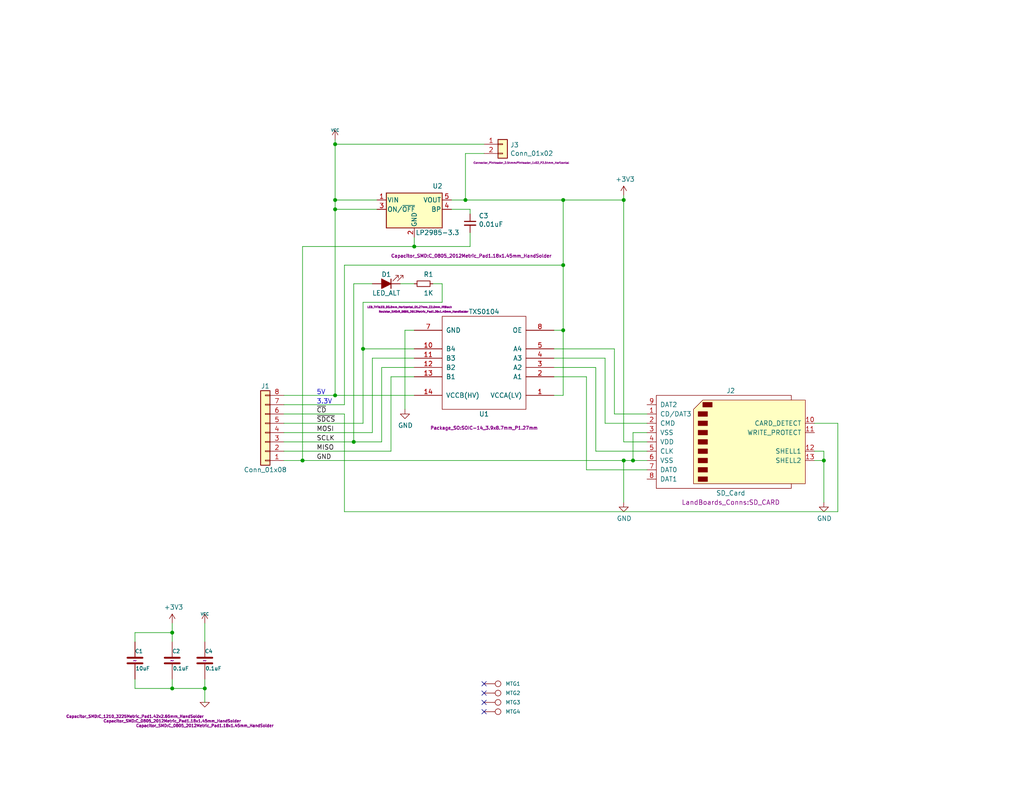
<source format=kicad_sch>
(kicad_sch (version 20211123) (generator eeschema)
  (paper "A")
  (title_block (title "SD_CARD_X49") (date "2022-05-02") (rev "2") (company "Land Boards LLC"))
  (lib_symbols
    (symbol "Connector_Generic:Conn_01x02" (pin_names (offset 1.016) hide)
      (property "Reference" "J" (at 0 2.54 0))
      (property "Value" "Conn_01x02" (at 0 -5.08 0))
      (symbol "Conn_01x02_1_1"
        (rectangle (start -1.27 -2.413) (end 0 -2.667) (stroke (width 0.1524)))
        (rectangle (start -1.27 0.127) (end 0 -0.127) (stroke (width 0.1524)))
        (rectangle (start -1.27 1.27) (end 1.27 -3.81) (stroke (width 0.254)) (fill (type background)))
        (pin passive line (at -5.08 0 0) (length 3.81) (name "Pin_1") (number "1"))
        (pin passive line (at -5.08 -2.54 0) (length 3.81) (name "Pin_2") (number "2"))
      )
    )
    (symbol "Connector_Generic:Conn_01x08" (pin_names (offset 1.016) hide)
      (property "Reference" "J" (at 0 10.16 0))
      (property "Value" "Conn_01x08" (at 0 -12.7 0))
      (symbol "Conn_01x08_1_1"
        (rectangle (start -1.27 -10.033) (end 0 -10.287) (stroke (width 0.1524)))
        (rectangle (start -1.27 -7.493) (end 0 -7.747) (stroke (width 0.1524)))
        (rectangle (start -1.27 -4.953) (end 0 -5.207) (stroke (width 0.1524)))
        (rectangle (start -1.27 -2.413) (end 0 -2.667) (stroke (width 0.1524)))
        (rectangle (start -1.27 0.127) (end 0 -0.127) (stroke (width 0.1524)))
        (rectangle (start -1.27 2.667) (end 0 2.413) (stroke (width 0.1524)))
        (rectangle (start -1.27 5.207) (end 0 4.953) (stroke (width 0.1524)))
        (rectangle (start -1.27 7.747) (end 0 7.493) (stroke (width 0.1524)))
        (rectangle (start -1.27 8.89) (end 1.27 -11.43) (stroke (width 0.254)) (fill (type background)))
        (pin passive line (at -5.08 7.62 0) (length 3.81) (name "Pin_1") (number "1"))
        (pin passive line (at -5.08 5.08 0) (length 3.81) (name "Pin_2") (number "2"))
        (pin passive line (at -5.08 2.54 0) (length 3.81) (name "Pin_3") (number "3"))
        (pin passive line (at -5.08 0 0) (length 3.81) (name "Pin_4") (number "4"))
        (pin passive line (at -5.08 -2.54 0) (length 3.81) (name "Pin_5") (number "5"))
        (pin passive line (at -5.08 -5.08 0) (length 3.81) (name "Pin_6") (number "6"))
        (pin passive line (at -5.08 -7.62 0) (length 3.81) (name "Pin_7") (number "7"))
        (pin passive line (at -5.08 -10.16 0) (length 3.81) (name "Pin_8") (number "8"))
      )
    )
    (symbol "Device:C_Small" (pin_numbers hide) (pin_names (offset 0.254) hide)
      (property "Reference" "C" (at 0.254 1.778 0))
      (property "Value" "C_Small" (at 0.254 -2.032 0))
      (symbol "C_Small_0_1"
        (polyline (pts (xy -1.524 -0.508) (xy 1.524 -0.508)) (stroke (width 0.3302)))
        (polyline (pts (xy -1.524 0.508) (xy 1.524 0.508)) (stroke (width 0.3048)))
      )
      (symbol "C_Small_1_1"
        (pin passive line (at 0 2.54 270) (length 2.032) (name "~") (number "1"))
        (pin passive line (at 0 -2.54 90) (length 2.032) (name "~") (number "2"))
      )
    )
    (symbol "Device:LED_ALT" (pin_numbers hide) (pin_names (offset 1.016) hide)
      (property "Reference" "D" (at 0 2.54 0))
      (property "Value" "Device_LED_ALT" (at 0 -2.54 0))
      (symbol "LED_ALT_0_1"
        (polyline (pts (xy -1.27 -1.27) (xy -1.27 1.27)) (stroke (width 0.254)))
        (polyline (pts (xy -1.27 0) (xy 1.27 0)))
        (polyline (pts (xy 1.27 -1.27) (xy 1.27 1.27) (xy -1.27 0) (xy 1.27 -1.27)) (stroke (width 0.254)) (fill (type outline)))
        (polyline (pts (xy -3.048 -0.762) (xy -4.572 -2.286) (xy -3.81 -2.286) (xy -4.572 -2.286) (xy -4.572 -1.524)))
        (polyline (pts (xy -1.778 -0.762) (xy -3.302 -2.286) (xy -2.54 -2.286) (xy -3.302 -2.286) (xy -3.302 -1.524)))
      )
      (symbol "LED_ALT_1_1"
        (pin passive line (at -3.81 0 0) (length 2.54) (name "K") (number "1"))
        (pin passive line (at 3.81 0 180) (length 2.54) (name "A") (number "2"))
      )
    )
    (symbol "Device:R_Small" (pin_numbers hide) (pin_names (offset 0.254) hide)
      (property "Reference" "R" (at 0.762 0.508 0))
      (property "Value" "R_Small" (at 0.762 -1.016 0))
      (symbol "R_Small_0_1"
        (rectangle (start -0.762 1.778) (end 0.762 -1.778) (stroke (width 0.2032)))
      )
      (symbol "R_Small_1_1"
        (pin passive line (at 0 2.54 270) (length 0.762) (name "~") (number "1"))
        (pin passive line (at 0 -2.54 90) (length 0.762) (name "~") (number "2"))
      )
    )
    (symbol "LandBoards_Semis:TXS0104" (pin_names (offset 1.016))
      (property "Reference" "U" (at -2.54 13.97 0))
      (property "Value" "LandBoards_Semis_TXS0104" (at -1.27 -13.97 0))
      (symbol "TXS0104_1_0"
        (rectangle (start -11.43 -12.7) (end 11.43 12.7))
      )
      (symbol "TXS0104_1_1"
        (pin passive line (at -19.05 8.89 0) (length 7.62) (name "VCCA(LV)") (number "1"))
        (pin bidirectional line (at 19.05 -3.81 180) (length 7.62) (name "B4") (number "10"))
        (pin bidirectional line (at 19.05 -1.27 180) (length 7.62) (name "B3") (number "11"))
        (pin bidirectional line (at 19.05 1.27 180) (length 7.62) (name "B2") (number "12"))
        (pin bidirectional line (at 19.05 3.81 180) (length 7.62) (name "B1") (number "13"))
        (pin passive line (at 19.05 8.89 180) (length 7.62) (name "VCCB(HV)") (number "14"))
        (pin bidirectional line (at -19.05 3.81 0) (length 7.62) (name "A1") (number "2"))
        (pin bidirectional line (at -19.05 1.27 0) (length 7.62) (name "A2") (number "3"))
        (pin bidirectional line (at -19.05 -1.27 0) (length 7.62) (name "A3") (number "4"))
        (pin bidirectional line (at -19.05 -3.81 0) (length 7.62) (name "A4") (number "5"))
        (pin passive line (at 19.05 -8.89 180) (length 7.62) (name "GND") (number "7"))
        (pin input line (at -19.05 -8.89 0) (length 7.62) (name "OE") (number "8"))
      )
    )
    (symbol "SD_CARD_X49-rescue:C-RESCUE-GRID49-GRID49-rescue-PS2X49-rescue" (pin_numbers hide) (pin_names (offset 0.254))
      (property "Reference" "C" (at 0 2.54 0))
      (property "Value" "C-RESCUE-GRID49-GRID49-rescue-PS2X49-rescue" (at 0.1524 -2.159 0))
      (symbol "C-RESCUE-GRID49-GRID49-rescue-PS2X49-rescue_0_1"
        (polyline (pts (xy -2.032 -0.762) (xy 2.032 -0.762)) (stroke (width 0.508)))
        (polyline (pts (xy -2.032 0.762) (xy 2.032 0.762)) (stroke (width 0.508)))
      )
      (symbol "C-RESCUE-GRID49-GRID49-rescue-PS2X49-rescue_1_1"
        (pin passive line (at 0 5.08 270) (length 4.318) (name "~") (number "1"))
        (pin passive line (at 0 -5.08 90) (length 4.318) (name "~") (number "2"))
      )
    )
    (symbol "SD_CARD_X49-rescue:CONN_1-GRID49-rescue-PS2X49-rescue" (pin_numbers hide) (pin_names (offset 0.762) hide)
      (property "Reference" "P" (at 2.032 0 0))
      (symbol "CONN_1-GRID49-rescue-PS2X49-rescue_0_1"
        (polyline (pts (xy -0.762 0) (xy -1.27 0)))
        (circle (center 0 0) (radius 0.7874))
      )
      (symbol "CONN_1-GRID49-rescue-PS2X49-rescue_1_1"
        (pin passive line (at -3.81 0 0) (length 2.54) (name "1") (number "1"))
      )
    )
    (symbol "SD_CARD_X49-rescue:GND-RESCUE-GRID49-GRID49-rescue-PS2X49-rescue" (power) (pin_names (offset 0))
      (symbol "GND-RESCUE-GRID49-GRID49-rescue-PS2X49-rescue_0_1"
        (polyline (pts (xy -1.27 0) (xy 0 -1.27) (xy 1.27 0) (xy -1.27 0)))
      )
      (symbol "GND-RESCUE-GRID49-GRID49-rescue-PS2X49-rescue_1_1"
        (pin power_in line (at 0 0 90) (length 0) hide (name "GND") (number "1"))
      )
    )
    (symbol "SD_CARD_X49-rescue:LP2985-3.3-Regulator_Linear" (pin_names (offset 0.254))
      (property "Reference" "U" (at -6.35 5.715 0))
      (property "Value" "LP2985-3.3-Regulator_Linear" (at 0 5.715 0))
      (symbol "LP2985-3.3-Regulator_Linear_0_1"
        (rectangle (start -7.62 -5.08) (end 7.62 4.445) (stroke (width 0.254)) (fill (type background)))
      )
      (symbol "LP2985-3.3-Regulator_Linear_1_1"
        (pin power_in line (at -10.16 2.54 0) (length 2.54) (name "VIN") (number "1"))
        (pin power_in line (at 0 -7.62 90) (length 2.54) (name "GND") (number "2"))
        (pin input line (at -10.16 0 0) (length 2.54) (name "ON/~{OFF}") (number "3"))
        (pin input line (at 10.16 0 180) (length 2.54) (name "BP") (number "4"))
        (pin power_out line (at 10.16 2.54 180) (length 2.54) (name "VOUT") (number "5"))
      )
    )
    (symbol "SD_CARD_X49-rescue:SD_Card-Connector" (pin_names (offset 1.016))
      (property "Reference" "J" (at -16.51 13.97 0))
      (property "Value" "SD_Card-Connector" (at 15.24 -13.97 0))
      (symbol "SD_Card-Connector_0_1"
        (rectangle (start -8.89 -9.525) (end -6.35 -10.795) (fill (type outline)))
        (rectangle (start -8.89 -6.985) (end -6.35 -8.255) (fill (type outline)))
        (rectangle (start -8.89 -4.445) (end -6.35 -5.715) (fill (type outline)))
        (rectangle (start -8.89 -1.905) (end -6.35 -3.175) (fill (type outline)))
        (rectangle (start -8.89 0.635) (end -6.35 -0.635) (fill (type outline)))
        (rectangle (start -8.89 3.175) (end -6.35 1.905) (fill (type outline)))
        (rectangle (start -8.89 5.715) (end -6.35 4.445) (fill (type outline)))
        (rectangle (start -8.89 8.255) (end -6.35 6.985) (fill (type outline)))
        (rectangle (start -7.62 10.795) (end -5.08 9.525) (fill (type outline)))
        (polyline (pts (xy -10.16 8.89) (xy -7.62 11.43) (xy 20.32 11.43) (xy 20.32 -11.43) (xy -10.16 -11.43) (xy -10.16 8.89)) (fill (type background)))
        (polyline (pts (xy 16.51 11.43) (xy 16.51 12.7) (xy -20.32 12.7) (xy -20.32 -12.7) (xy 16.51 -12.7) (xy 16.51 -11.43)))
      )
      (symbol "SD_Card-Connector_1_1"
        (pin input line (at -22.86 7.62 0) (length 2.54) (name "CD/DAT3") (number "1"))
        (pin input line (at 22.86 5.08 180) (length 2.54) (name "CARD_DETECT") (number "10"))
        (pin input line (at 22.86 2.54 180) (length 2.54) (name "WRITE_PROTECT") (number "11"))
        (pin input line (at 22.86 -2.54 180) (length 2.54) (name "SHELL1") (number "12"))
        (pin input line (at 22.86 -5.08 180) (length 2.54) (name "SHELL2") (number "13"))
        (pin input line (at -22.86 5.08 0) (length 2.54) (name "CMD") (number "2"))
        (pin power_in line (at -22.86 2.54 0) (length 2.54) (name "VSS") (number "3"))
        (pin power_in line (at -22.86 0 0) (length 2.54) (name "VDD") (number "4"))
        (pin input line (at -22.86 -2.54 0) (length 2.54) (name "CLK") (number "5"))
        (pin power_in line (at -22.86 -5.08 0) (length 2.54) (name "VSS") (number "6"))
        (pin input line (at -22.86 -7.62 0) (length 2.54) (name "DAT0") (number "7"))
        (pin input line (at -22.86 -10.16 0) (length 2.54) (name "DAT1") (number "8"))
        (pin input line (at -22.86 10.16 0) (length 2.54) (name "DAT2") (number "9"))
      )
    )
    (symbol "power:+3.3V" (power) (pin_names (offset 0))
      (property "Value" "+3.3V" (at 0 3.556 0))
      (symbol "+3.3V_0_1"
        (polyline (pts (xy -0.762 1.27) (xy 0 2.54)))
        (polyline (pts (xy 0 0) (xy 0 2.54)))
        (polyline (pts (xy 0 2.54) (xy 0.762 1.27)))
      )
      (symbol "+3.3V_1_1"
        (pin power_in line (at 0 0 90) (length 0) hide (name "+3V3") (number "1"))
      )
    )
    (symbol "power:GND" (power) (pin_names (offset 0))
      (property "Value" "GND" (at 0 -3.81 0))
      (symbol "GND_0_1"
        (polyline (pts (xy 0 0) (xy 0 -1.27) (xy 1.27 -1.27) (xy 0 -2.54) (xy -1.27 -1.27) (xy 0 -1.27)))
      )
      (symbol "GND_1_1"
        (pin power_in line (at 0 0 270) (length 0) hide (name "GND") (number "1"))
      )
    )
    (symbol "power:VCC" (power) (pin_names (offset 0))
      (property "Value" "VCC" (at 0 3.81 0))
      (symbol "VCC_0_1"
        (polyline (pts (xy -0.762 1.27) (xy 0 2.54)))
        (polyline (pts (xy 0 0) (xy 0 2.54)))
        (polyline (pts (xy 0 2.54) (xy 0.762 1.27)))
      )
      (symbol "VCC_1_1"
        (pin power_in line (at 0 0 90) (length 0) hide (name "VCC") (number "1"))
      )
    )
  )
  (junction (at 91.44 57.15))
  (junction (at 55.88 187.96))
  (junction (at 91.44 54.61))
  (junction (at 46.99 172.72))
  (junction (at 170.18 54.61))
  (junction (at 127 54.61))
  (junction (at 113.03 67.31))
  (junction (at 46.99 187.96))
  (junction (at 153.67 72.39))
  (junction (at 170.18 125.73))
  (junction (at 91.44 107.95))
  (junction (at 224.79 125.73))
  (junction (at 82.55 125.73))
  (junction (at 172.72 125.73))
  (junction (at 96.52 120.65))
  (junction (at 153.67 54.61))
  (junction (at 91.44 39.37))
  (junction (at 99.06 95.25))
  (junction (at 153.67 90.17))
  (no_connect (at 132.08 191.77))
  (no_connect (at 132.08 186.69))
  (no_connect (at 132.08 189.23))
  (no_connect (at 132.08 194.31))
  (wire (pts (xy 99.06 82.55) (xy 99.06 95.25)))
  (wire (pts (xy 77.47 115.57) (xy 99.06 115.57)))
  (wire (pts (xy 46.99 170.18) (xy 46.99 172.72)))
  (wire (pts (xy 46.99 185.42) (xy 46.99 187.96)))
  (wire (pts (xy 82.55 125.73) (xy 170.18 125.73)))
  (wire (pts (xy 93.98 139.7) (xy 93.98 113.03)))
  (wire (pts (xy 172.72 125.73) (xy 172.72 118.11)))
  (wire (pts (xy 170.18 53.34) (xy 170.18 54.61)))
  (wire (pts (xy 93.98 113.03) (xy 77.47 113.03)))
  (wire (pts (xy 106.68 102.87) (xy 106.68 123.19)))
  (wire (pts (xy 153.67 90.17) (xy 151.13 90.17)))
  (wire (pts (xy 91.44 54.61) (xy 102.87 54.61)))
  (wire (pts (xy 128.27 57.15) (xy 128.27 58.42)))
  (wire (pts (xy 96.52 120.65) (xy 96.52 77.47)))
  (wire (pts (xy 93.98 72.39) (xy 93.98 110.49)))
  (wire (pts (xy 162.56 100.33) (xy 151.13 100.33)))
  (wire (pts (xy 91.44 57.15) (xy 91.44 107.95)))
  (wire (pts (xy 224.79 137.16) (xy 224.79 125.73)))
  (wire (pts (xy 222.25 115.57) (xy 228.6 115.57)))
  (wire (pts (xy 36.83 185.42) (xy 36.83 187.96)))
  (wire (pts (xy 151.13 107.95) (xy 153.67 107.95)))
  (wire (pts (xy 176.53 113.03) (xy 167.64 113.03)))
  (wire (pts (xy 170.18 125.73) (xy 170.18 137.16)))
  (wire (pts (xy 224.79 123.19) (xy 222.25 123.19)))
  (wire (pts (xy 77.47 107.95) (xy 91.44 107.95)))
  (wire (pts (xy 82.55 125.73) (xy 82.55 67.31)))
  (wire (pts (xy 128.27 67.31) (xy 128.27 63.5)))
  (wire (pts (xy 224.79 125.73) (xy 224.79 123.19)))
  (wire (pts (xy 153.67 54.61) (xy 153.67 72.39)))
  (wire (pts (xy 151.13 102.87) (xy 160.02 102.87)))
  (wire (pts (xy 91.44 38.1) (xy 91.44 39.37)))
  (wire (pts (xy 55.88 170.18) (xy 55.88 175.26)))
  (wire (pts (xy 101.6 118.11) (xy 101.6 97.79)))
  (wire (pts (xy 113.03 67.31) (xy 128.27 67.31)))
  (wire (pts (xy 222.25 125.73) (xy 224.79 125.73)))
  (wire (pts (xy 96.52 120.65) (xy 104.14 120.65)))
  (wire (pts (xy 36.83 187.96) (xy 46.99 187.96)))
  (wire (pts (xy 127 54.61) (xy 153.67 54.61)))
  (wire (pts (xy 99.06 95.25) (xy 113.03 95.25)))
  (wire (pts (xy 153.67 107.95) (xy 153.67 90.17)))
  (wire (pts (xy 55.88 187.96) (xy 55.88 191.77)))
  (wire (pts (xy 102.87 57.15) (xy 91.44 57.15)))
  (wire (pts (xy 120.65 77.47) (xy 120.65 82.55)))
  (wire (pts (xy 113.03 102.87) (xy 106.68 102.87)))
  (wire (pts (xy 109.22 77.47) (xy 113.03 77.47)))
  (wire (pts (xy 123.19 54.61) (xy 127 54.61)))
  (wire (pts (xy 172.72 118.11) (xy 176.53 118.11)))
  (wire (pts (xy 118.11 77.47) (xy 120.65 77.47)))
  (wire (pts (xy 96.52 120.65) (xy 77.47 120.65)))
  (wire (pts (xy 36.83 172.72) (xy 46.99 172.72)))
  (wire (pts (xy 132.08 39.37) (xy 91.44 39.37)))
  (wire (pts (xy 167.64 113.03) (xy 167.64 95.25)))
  (wire (pts (xy 176.53 125.73) (xy 172.72 125.73)))
  (wire (pts (xy 176.53 128.27) (xy 160.02 128.27)))
  (wire (pts (xy 165.1 115.57) (xy 165.1 97.79)))
  (wire (pts (xy 36.83 175.26) (xy 36.83 172.72)))
  (wire (pts (xy 113.03 107.95) (xy 91.44 107.95)))
  (wire (pts (xy 77.47 118.11) (xy 101.6 118.11)))
  (wire (pts (xy 228.6 115.57) (xy 228.6 139.7)))
  (wire (pts (xy 120.65 82.55) (xy 99.06 82.55)))
  (wire (pts (xy 170.18 54.61) (xy 153.67 54.61)))
  (wire (pts (xy 113.03 100.33) (xy 104.14 100.33)))
  (wire (pts (xy 132.08 41.91) (xy 127 41.91)))
  (wire (pts (xy 77.47 123.19) (xy 106.68 123.19)))
  (wire (pts (xy 101.6 97.79) (xy 113.03 97.79)))
  (wire (pts (xy 93.98 110.49) (xy 77.47 110.49)))
  (wire (pts (xy 160.02 102.87) (xy 160.02 128.27)))
  (wire (pts (xy 167.64 95.25) (xy 151.13 95.25)))
  (wire (pts (xy 165.1 97.79) (xy 151.13 97.79)))
  (wire (pts (xy 99.06 115.57) (xy 99.06 95.25)))
  (wire (pts (xy 110.49 90.17) (xy 113.03 90.17)))
  (wire (pts (xy 113.03 67.31) (xy 113.03 64.77)))
  (wire (pts (xy 176.53 123.19) (xy 162.56 123.19)))
  (wire (pts (xy 127 41.91) (xy 127 54.61)))
  (wire (pts (xy 82.55 125.73) (xy 77.47 125.73)))
  (wire (pts (xy 172.72 125.73) (xy 170.18 125.73)))
  (wire (pts (xy 96.52 77.47) (xy 101.6 77.47)))
  (wire (pts (xy 46.99 175.26) (xy 46.99 172.72)))
  (wire (pts (xy 170.18 120.65) (xy 170.18 54.61)))
  (wire (pts (xy 110.49 90.17) (xy 110.49 111.76)))
  (wire (pts (xy 153.67 72.39) (xy 93.98 72.39)))
  (wire (pts (xy 82.55 67.31) (xy 113.03 67.31)))
  (wire (pts (xy 91.44 57.15) (xy 91.44 54.61)))
  (wire (pts (xy 91.44 39.37) (xy 91.44 54.61)))
  (wire (pts (xy 46.99 187.96) (xy 55.88 187.96)))
  (wire (pts (xy 176.53 120.65) (xy 170.18 120.65)))
  (wire (pts (xy 176.53 115.57) (xy 165.1 115.57)))
  (wire (pts (xy 123.19 57.15) (xy 128.27 57.15)))
  (wire (pts (xy 153.67 72.39) (xy 153.67 90.17)))
  (wire (pts (xy 162.56 123.19) (xy 162.56 100.33)))
  (wire (pts (xy 104.14 100.33) (xy 104.14 120.65)))
  (wire (pts (xy 228.6 139.7) (xy 93.98 139.7)))
  (wire (pts (xy 55.88 185.42) (xy 55.88 187.96)))
  (text "3.3V" (at 86.36 110.49 0) (effects (font (size 1.27 1.27)) (justify left bottom)))
  (text "5V" (at 86.36 107.95 0) (effects (font (size 1.27 1.27)) (justify left bottom)))
  (label "SCLK" (at 86.36 120.65 0))
  (label "~{SDCS}" (at 86.36 115.57 0))
  (label "~{CD}" (at 86.36 113.03 0))
  (label "MISO" (at 86.36 123.19 0))
  (label "MOSI" (at 86.36 118.11 0))
  (label "GND" (at 86.36 125.73 0))
  (symbol (lib_id "SD_CARD_X49-rescue:GND-RESCUE-GRID49-GRID49-rescue-PS2X49-rescue") (at 55.88 191.77 0) (unit 1)
    (property "Reference" "#PWR02" (effects hide))
    (property "Value" "GND" (effects hide))
  )
  (symbol (lib_id "power:VCC") (at 55.88 170.18 0) (unit 1)
    (property "Reference" "#PWR01" (effects hide))
    (property "Value" "VCC" (at 55.88 167.64 0) (effects (font (size 0.762 0.762))))
  )
  (symbol (lib_id "SD_CARD_X49-rescue:CONN_1-GRID49-rescue-PS2X49-rescue") (at 135.89 186.69 0) (unit 1)
    (property "Reference" "MTG1" (at 137.922 186.69 0) (effects (font (size 1.016 1.016)) (justify left)))
    (property "Value" "CONN_1" (effects hide))
    (property "Footprint" "MTG-4-40" (effects hide))
  )
  (symbol (lib_id "SD_CARD_X49-rescue:CONN_1-GRID49-rescue-PS2X49-rescue") (at 135.89 189.23 0) (unit 1)
    (property "Reference" "MTG2" (at 137.922 189.23 0) (effects (font (size 1.016 1.016)) (justify left)))
    (property "Value" "CONN_1" (effects hide))
    (property "Footprint" "MTG-4-40" (effects hide))
  )
  (symbol (lib_id "SD_CARD_X49-rescue:CONN_1-GRID49-rescue-PS2X49-rescue") (at 135.89 194.31 0) (unit 1)
    (property "Reference" "MTG4" (at 137.922 194.31 0) (effects (font (size 1.016 1.016)) (justify left)))
    (property "Value" "CONN_1" (effects hide))
    (property "Footprint" "MTG-4-40" (effects hide))
  )
  (symbol (lib_id "SD_CARD_X49-rescue:CONN_1-GRID49-rescue-PS2X49-rescue") (at 135.89 191.77 0) (unit 1)
    (property "Reference" "MTG3" (at 137.922 191.77 0) (effects (font (size 1.016 1.016)) (justify left)))
    (property "Value" "CONN_1" (effects hide))
    (property "Footprint" "MTG-4-40" (effects hide))
  )
  (symbol (lib_id "SD_CARD_X49-rescue:C-RESCUE-GRID49-GRID49-rescue-PS2X49-rescue") (at 46.99 180.34 0) (unit 1)
    (property "Reference" "C2" (at 46.99 177.8 0) (effects (font (size 1.016 1.016)) (justify left)))
    (property "Value" "0.1uF" (at 47.1424 182.499 0) (effects (font (size 1.016 1.016)) (justify left)))
    (property "Footprint" "Capacitor_SMD:C_0805_2012Metric_Pad1.18x1.45mm_HandSolder" (at 46.99 196.85 0) (effects (font (size 0.762 0.762))))
    (property "Datasheet" "~" (at 46.99 180.34 0) (effects (font (size 1.524 1.524))))
  )
  (symbol (lib_id "SD_CARD_X49-rescue:C-RESCUE-GRID49-GRID49-rescue-PS2X49-rescue") (at 55.88 180.34 0) (unit 1)
    (property "Reference" "C4" (at 55.88 177.8 0) (effects (font (size 1.016 1.016)) (justify left)))
    (property "Value" "0.1uF" (at 56.0324 182.499 0) (effects (font (size 1.016 1.016)) (justify left)))
    (property "Footprint" "Capacitor_SMD:C_0805_2012Metric_Pad1.18x1.45mm_HandSolder" (at 55.88 198.12 0) (effects (font (size 0.762 0.762))))
    (property "Datasheet" "~" (at 55.88 180.34 0) (effects (font (size 1.524 1.524))))
  )
  (symbol (lib_id "SD_CARD_X49-rescue:C-RESCUE-GRID49-GRID49-rescue-PS2X49-rescue") (at 36.83 180.34 0) (unit 1)
    (property "Reference" "C1" (at 36.83 177.8 0) (effects (font (size 1.016 1.016)) (justify left)))
    (property "Value" "10uF" (at 36.9824 182.499 0) (effects (font (size 1.016 1.016)) (justify left)))
    (property "Footprint" "Capacitor_SMD:C_1210_3225Metric_Pad1.42x2.65mm_HandSolder" (at 36.83 195.58 0) (effects (font (size 0.762 0.762))))
    (property "Datasheet" "~" (at 36.83 180.34 0) (effects (font (size 1.524 1.524))))
  )
  (symbol (lib_id "SD_CARD_X49-rescue:SD_Card-Connector") (at 199.39 120.65 0) (unit 1)
    (property "Reference" "J2" (at 199.39 106.68 0))
    (property "Value" "SD_Card" (at 199.39 134.62 0))
    (property "Footprint" "LandBoards_Conns:SD_CARD" (at 199.39 137.16 0))
    (property "Datasheet" "http://portal.fciconnect.com/Comergent//fci/drawing/10067847.pdf" (effects hide))
  )
  (symbol (lib_id "Connector_Generic:Conn_01x08") (at 72.39 118.11 180) (unit 1)
    (property "Reference" "J1" (at 72.39 105.41 0))
    (property "Value" "Conn_01x08" (at 72.39 128.27 0))
    (property "Footprint" "Connector_PinHeader_2.54mm:PinHeader_1x08_P2.54mm_Horizontal" (effects hide))
  )
  (symbol (lib_id "Device:LED_ALT") (at 105.41 77.47 180) (unit 1)
    (property "Reference" "D1" (at 105.41 74.93 0))
    (property "Value" "LED_ALT" (at 105.41 80.01 0))
    (property "Footprint" "LED_THT:LED_D3.0mm_Horizontal_O1.27mm_Z2.0mm_IRBlack" (at 111.76 83.82 0) (effects (font (size 0.508 0.508))))
  )
  (symbol (lib_id "Device:R_Small") (at 115.57 77.47 270) (unit 1)
    (property "Reference" "R1" (at 115.57 74.93 90) (effects (justify left)))
    (property "Value" "1K" (at 115.57 80.01 90) (effects (justify left)))
    (property "Footprint" "Resistor_SMD:R_0805_2012Metric_Pad1.20x1.40mm_HandSolder" (at 115.57 85.09 90) (effects (font (size 0.508 0.508))))
  )
  (symbol (lib_id "SD_CARD_X49-rescue:LP2985-3.3-Regulator_Linear") (at 113.03 57.15 0) (unit 1)
    (property "Reference" "U2" (at 119.38 50.8 0))
    (property "Value" "LP2985-3.3" (at 119.38 63.5 0))
    (property "Footprint" "Package_TO_SOT_SMD:SOT-23-5" (effects hide))
    (property "Datasheet" "http://www.ti.com/lit/ds/symlink/lp2985.pdf" (effects hide))
  )
  (symbol (lib_id "power:+3.3V") (at 170.18 53.34 0) (unit 1)
    (property "Reference" "#PWR0101" (effects hide))
    (property "Value" "+3.3V" (at 170.561 48.9458 0))
  )
  (symbol (lib_id "power:+3.3V") (at 46.99 170.18 0) (unit 1)
    (property "Reference" "#PWR0102" (effects hide))
    (property "Value" "+3.3V" (at 47.371 165.7858 0))
  )
  (symbol (lib_id "power:GND") (at 224.79 137.16 0) (unit 1)
    (property "Reference" "#PWR0107" (effects hide))
    (property "Value" "GND" (at 224.917 141.5542 0))
  )
  (symbol (lib_id "power:GND") (at 170.18 137.16 0) (unit 1)
    (property "Reference" "#PWR0108" (effects hide))
    (property "Value" "GND" (at 170.307 141.5542 0))
  )
  (symbol (lib_id "LandBoards_Semis:TXS0104") (at 132.08 99.06 180) (unit 1)
    (property "Reference" "U1" (at 132.08 113.03 0))
    (property "Value" "TXS0104" (at 132.08 85.09 0))
    (property "Footprint" "Package_SO:SOIC-14_3.9x8.7mm_P1.27mm" (at 132.08 116.84 0) (effects (font (size 0.889 0.889))))
    (property "Datasheet" "DOCUMENTATION" (effects hide))
  )
  (symbol (lib_id "power:GND") (at 110.49 111.76 0) (unit 1)
    (property "Reference" "#PWR0103" (effects hide))
    (property "Value" "GND" (at 110.617 116.1542 0))
  )
  (symbol (lib_id "Connector_Generic:Conn_01x02") (at 137.16 39.37 0) (unit 1)
    (property "Reference" "J3" (at 139.192 39.5732 0) (effects (justify left)))
    (property "Value" "Conn_01x02" (at 139.192 41.8846 0) (effects (justify left)))
    (property "Footprint" "Connector_PinHeader_2.54mm:PinHeader_1x02_P2.54mm_Horizontal" (at 142.24 44.45 0) (effects (font (size 0.508 0.508))))
  )
  (symbol (lib_id "power:VCC") (at 91.44 38.1 0) (unit 1)
    (property "Reference" "#PWR0104" (effects hide))
    (property "Value" "VCC" (at 91.44 35.56 0) (effects (font (size 0.762 0.762))))
  )
  (symbol (lib_id "Device:C_Small") (at 128.27 60.96 0) (unit 1)
    (property "Reference" "C3" (at 130.6068 58.928 0) (effects (justify left)))
    (property "Value" "0.01uF" (at 130.6068 61.2394 0) (effects (justify left)))
    (property "Footprint" "Capacitor_SMD:C_0805_2012Metric_Pad1.18x1.45mm_HandSolder" (at 106.68 69.85 0) (effects (font (size 0.889 0.889)) (justify left)))
  )
)
</source>
